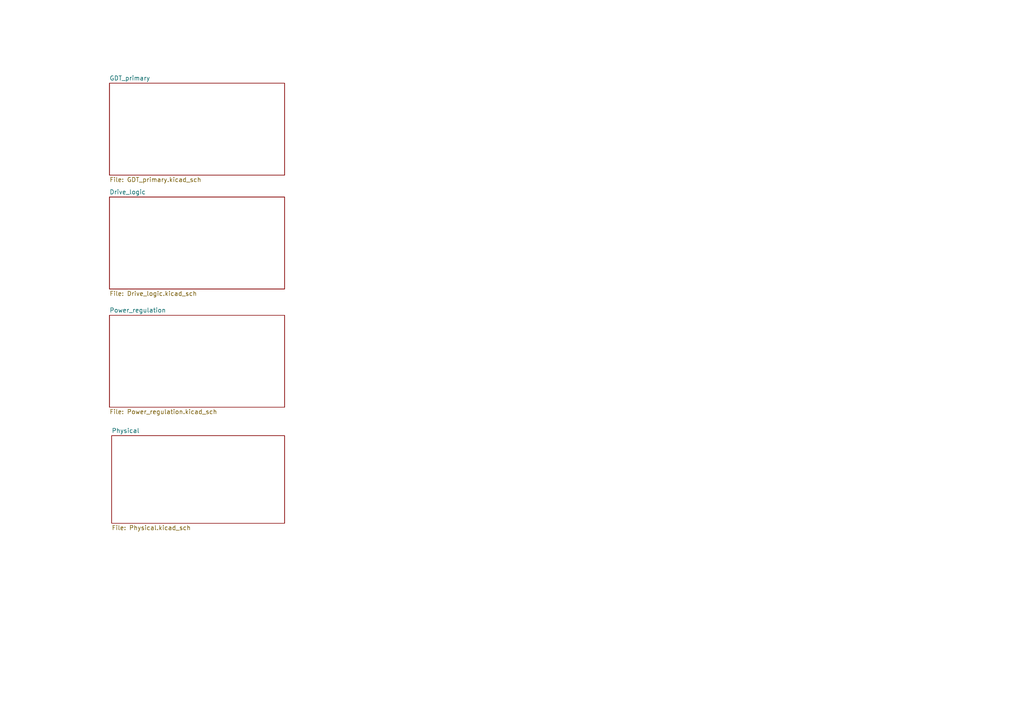
<source format=kicad_sch>
(kicad_sch (version 20211123) (generator eeschema)
  (paper "A4")
  (lib_symbols)
  (sheet (at 31.75 91.44) (size 50.8 26.67) (stroke (width 0.1524))
    (property "Sheet name" "Power_regulation" (at 31.75 90.7284 0) (effects (justify left bottom)))
    (property "Sheet file" "Power_regulation.kicad_sch" (at 31.75 118.6946 0) (effects (justify left top)))
  )
  (sheet (at 31.75 57.15) (size 50.8 26.67) (stroke (width 0.1524))
    (property "Sheet name" "Drive_logic" (at 31.75 56.4384 0) (effects (justify left bottom)))
    (property "Sheet file" "Drive_logic.kicad_sch" (at 31.75 84.4046 0) (effects (justify left top)))
  )
  (sheet (at 32.385 126.365) (size 50.165 25.4) (stroke (width 0.1524))
    (property "Sheet name" "Physical" (at 32.385 125.6534 0) (effects (justify left bottom)))
    (property "Sheet file" "Physical.kicad_sch" (at 32.385 152.3496 0) (effects (justify left top)))
  )
  (sheet (at 31.75 24.13) (size 50.8 26.67) (stroke (width 0.1524))
    (property "Sheet name" "GDT_primary" (at 31.75 23.4184 0) (effects (justify left bottom)))
    (property "Sheet file" "GDT_primary.kicad_sch" (at 31.75 51.3846 0) (effects (justify left top)))
  )
)
</source>
